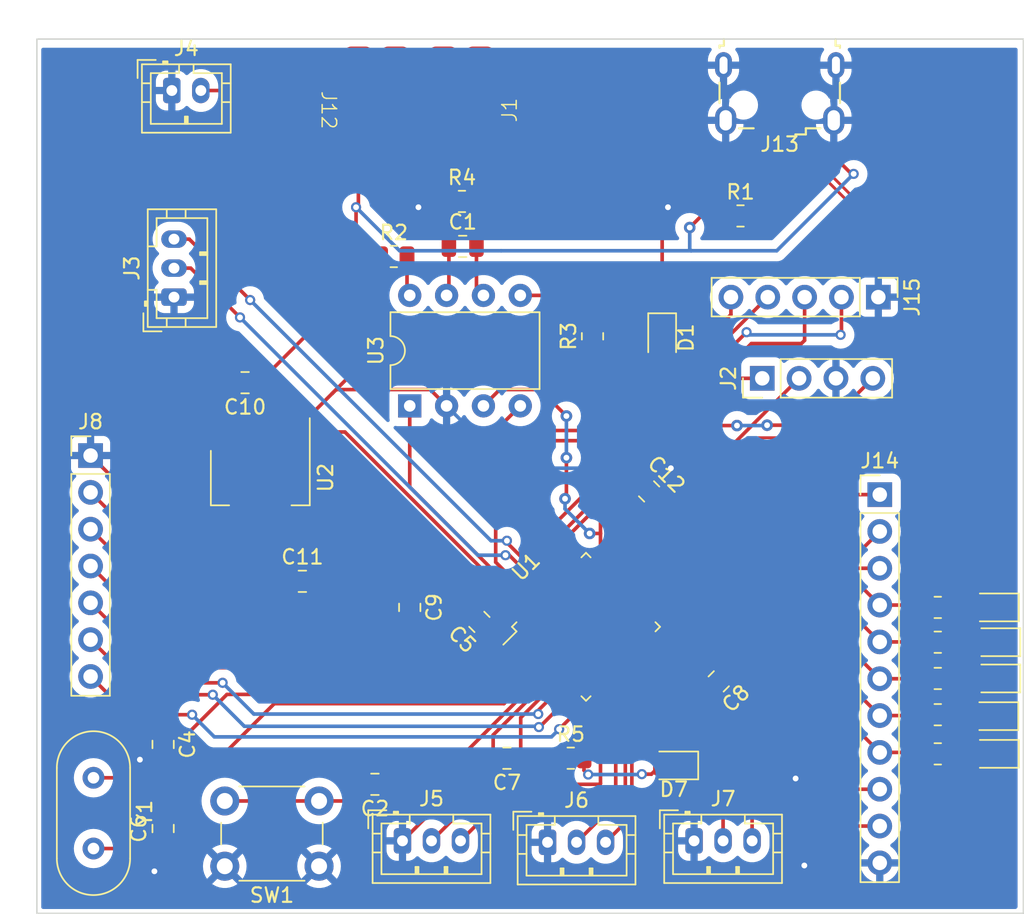
<source format=kicad_pcb>
(kicad_pcb (version 20221018) (generator pcbnew)
  (layers (0 "F.Cu" signal) (31 "B.Cu" signal) (34 "B.Paste" user) (35 "F.Paste" user) (36 "B.SilkS" user "B.Silkscreen") (37 "F.SilkS" user "F.Silkscreen") (38 "B.Mask" user) (39 "F.Mask" user) (44 "Edge.Cuts" user))
  (net 0 "")
  (net 1 "CAN_H")
  (net 2 "CAN_L")
  (net 3 "Net-(U1-NRST)")
  (net 4 "Net-(C2-Pad2)")
  (net 5 "+3.3V")
  (net 6 "+5V")
  (net 7 "Net-(U2-VI)")
  (net 8 "Net-(U2-VO)")
  (net 9 "Net-(D1-A)")
  (net 10 "SWDIO")
  (net 11 "SWCLK")
  (net 12 "SDA")
  (net 13 "DIR1")
  (net 14 "PWM1")
  (net 15 "DIR2")
  (net 16 "PWM2")
  (net 17 "DIR3")
  (net 18 "PWM3")
  (net 19 "PA8")
  (net 20 "PA9")
  (net 21 "PA10")
  (net 22 "PC13")
  (net 23 "PC14")
  (net 24 "PC15")
  (net 25 "PB3")
  (net 26 "PB4")
  (net 27 "PB5")
  (net 28 "PB12")
  (net 29 "PB13")
  (net 30 "PB14")
  (net 31 "PB15")
  (net 32 "USB_D-")
  (net 33 "USB_D+")
  (net 35 "Net-(U3-Rs)")
  (net 36 "Net-(U3-Vref)")
  (net 37 "PA15")
  (net 38 "SCL")
  (net 39 "CAN_RX")
  (net 40 "CAN_TX")
  (net 41 "PB11")
  (net 42 "GND")
  (net 43 "Net-(D7-A)")
  (net 44 "PA0")
  (net 45 "PA1")
  (net 46 "PA2")
  (net 47 "PB2")
  (net 48 "Net-(U1-PA5)")
  (net 49 "PB10")
  (net 50 "Net-(D3-A)")
  (net 51 "Net-(D4-A)")
  (net 52 "Net-(D5-A)")
  (net 53 "Net-(D6-A)")
  (net 54 "Net-(D8-A)")
  (net 55 "/Microcontroller+USB/HSE_OUT")
  (net 56 "/Microcontroller+USB/HSE_IN")
  (footprint "Connector:LongSolderPad" (layer "F.Cu") (at 208.18 29.1 90)
    (fp_text reference "J1")
    (fp_text value "CAN")
  )
  (footprint "Crystal:Crystal_HC49-U_Vertical" (layer "F.Cu") (at 179 75.15 -90)
    (fp_text reference "Y1")
    (fp_text value "Crystal")
  )
  (footprint "Connector_JST:JST_PH_B3B-PH-K_1x03_P2.00mm_Vertical" (layer "F.Cu") (at 200.3 79.5)
    (fp_text reference "J5")
    (fp_text value "PWM1")
  )
  (footprint "LED_SMD:LED_0805_2012Metric" (layer "F.Cu") (at 241.0625 70.9 180)
    (fp_text reference "D4" hide)
    (fp_text value "LED" hide)
  )
  (footprint "Capacitor_SMD:C_0805_2012Metric" (layer "F.Cu") (at 217.3 55.4 -45)
    (fp_text reference "C12")
    (fp_text value "100n")
  )
  (footprint "Connector_USB:USB_Micro-B_Wuerth_629105150521" (layer "F.Cu") (at 226.305 27.955 180)
    (fp_text reference "J13")
    (fp_text value "USB_B_Micro")
  )
  (footprint "Connector_PinHeader_2.54mm:PinHeader_1x07_P2.54mm_Vertical" (layer "F.Cu") (at 178.8 52.925)
    (fp_text reference "J8")
    (fp_text value "Conn_01x03_Pin")
  )
  (footprint "Resistor_SMD:R_0805_2012Metric" (layer "F.Cu") (at 237.2 70.8)
    (fp_text reference "R7" hide)
    (fp_text value "R" hide)
  )
  (footprint "Connector_PinHeader_2.54mm:PinHeader_1x04_P2.54mm_Vertical" (layer "F.Cu") (at 225.1 47.6 90)
    (fp_text reference "J2")
    (fp_text value "SWD")
  )
  (footprint "LED_SMD:LED_0805_2012Metric" (layer "F.Cu") (at 218.2 44.8 -90)
    (fp_text reference "D1")
    (fp_text value "MCP_LED")
  )
  (footprint "Connector_PinHeader_2.54mm:PinHeader_1x05_P2.54mm_Vertical" (layer "F.Cu") (at 233.1 42 -90)
    (fp_text reference "J15")
    (fp_text value "Conn_01x06_Pin")
  )
  (footprint "Resistor_SMD:R_0805_2012Metric" (layer "F.Cu") (at 223.6 36.4)
    (fp_text reference "R1")
    (fp_text value "1k5")
  )
  (footprint "Package_TO_SOT_SMD:SOT-223-3_TabPin2" (layer "F.Cu") (at 190.5 54.45 -90)
    (fp_text reference "U2")
    (fp_text value "AMS1117")
  )
  (footprint "Resistor_SMD:R_0805_2012Metric" (layer "F.Cu") (at 213.4 44.7 90)
    (fp_text reference "R3")
    (fp_text value "1k")
  )
  (footprint "Capacitor_SMD:C_0805_2012Metric" (layer "F.Cu") (at 204.45 38.5)
    (fp_text reference "C1")
    (fp_text value "100p")
  )
  (footprint "Connector_JST:JST_PH_B3B-PH-K_1x03_P2.00mm_Vertical" (layer "F.Cu") (at 210.3 79.6)
    (fp_text reference "J6")
    (fp_text value "PWM2")
  )
  (footprint "Connector_JST:JST_PH_B3B-PH-K_1x03_P2.00mm_Vertical" (layer "F.Cu") (at 220.4 79.5)
    (fp_text reference "J7")
    (fp_text value "PWM3")
  )
  (footprint "Capacitor_SMD:C_0805_2012Metric" (layer "F.Cu") (at 183.8 78.65 90)
    (fp_text reference "C6")
    (fp_text value "20p")
  )
  (footprint "Capacitor_SMD:C_0805_2012Metric" (layer "F.Cu") (at 222.1 68.5 -135)
    (fp_text reference "C8")
    (fp_text value "100n")
  )
  (footprint "LED_SMD:LED_0805_2012Metric" (layer "F.Cu") (at 241.2 65.8 180)
    (fp_text reference "D6" hide)
    (fp_text value "LED" hide)
  )
  (footprint "LED_SMD:LED_0805_2012Metric" (layer "F.Cu") (at 241.1 63.4 180)
    (fp_text reference "D8" hide)
    (fp_text value "LED" hide)
  )
  (footprint "Resistor_SMD:R_0805_2012Metric" (layer "F.Cu") (at 199.7 39.2)
    (fp_text reference "R2")
    (fp_text value "4.7k")
  )
  (footprint "Resistor_SMD:R_0805_2012Metric" (layer "F.Cu") (at 204.4 35.4)
    (fp_text reference "R4")
    (fp_text value "120")
  )
  (footprint "Connector:LongSolderPad" (layer "F.Cu") (at 194.72 29.1 -90)
    (fp_text reference "J12")
    (fp_text value "5V IN")
  )
  (footprint "Resistor_SMD:R_0805_2012Metric" (layer "F.Cu") (at 237.2 65.8)
    (fp_text reference "R9" hide)
    (fp_text value "R" hide)
  )
  (footprint "Package_QFP:LQFP-48_7x7mm_P0.5mm" (layer "F.Cu") (at 212.95 64.7375 45)
    (fp_text reference "U1")
    (fp_text value "STM32F103C8T6")
  )
  (footprint "Connector_PinHeader_2.54mm:PinHeader_1x11_P2.54mm_Vertical" (layer "F.Cu") (at 233.2 55.62)
    (fp_text reference "J14")
    (fp_text value "Conn_01x07_Pin")
  )
  (footprint "LED_SMD:LED_0805_2012Metric" (layer "F.Cu") (at 241.2 68.3 180)
    (fp_text reference "D5" hide)
    (fp_text value "LED" hide)
  )
  (footprint "Connector_JST:JST_PH_B2B-PH-K_1x02_P2.00mm_Vertical" (layer "F.Cu") (at 184.4 27.75)
    (fp_text reference "J4")
    (fp_text value "5V OUT")
  )
  (footprint "Capacitor_SMD:C_0805_2012Metric" (layer "F.Cu") (at 207.5 73.8 180)
    (fp_text reference "C7")
    (fp_text value "100n")
  )
  (footprint "Resistor_SMD:R_0805_2012Metric" (layer "F.Cu") (at 237.2 68.3)
    (fp_text reference "R8" hide)
    (fp_text value "R" hide)
  )
  (footprint "LED_SMD:LED_0805_2012Metric" (layer "F.Cu") (at 241.1 73.5 180)
    (fp_text reference "D3" hide)
    (fp_text value "LED" hide)
  )
  (footprint "Capacitor_SMD:C_0805_2012Metric" (layer "F.Cu") (at 189.45 47.9 180)
    (fp_text reference "C10")
    (fp_text value "4.7u")
  )
  (footprint "Capacitor_SMD:C_0805_2012Metric" (layer "F.Cu") (at 200.8 63.4 -90)
    (fp_text reference "C9")
    (fp_text value "100n")
  )
  (footprint "Button_Switch_THT:SW_PUSH_6mm_H5mm" (layer "F.Cu") (at 194.55 81.25 180)
    (fp_text reference "SW1")
    (fp_text value "SW_Push")
  )
  (footprint "Capacitor_SMD:C_0805_2012Metric" (layer "F.Cu") (at 205.6 64.4 135)
    (fp_text reference "C5")
    (fp_text value "100n")
  )
  (footprint "Resistor_SMD:R_0805_2012Metric" (layer "F.Cu") (at 237.2 63.4)
    (fp_text reference "R10" hide)
    (fp_text value "R" hide)
  )
  (footprint "Package_DIP:DIP-8_W7.62mm" (layer "F.Cu") (at 200.8 49.5 90)
    (fp_text reference "U3")
    (fp_text value "MCP2551-I-P")
  )
  (footprint "Resistor_SMD:R_0805_2012Metric" (layer "F.Cu") (at 237.2 73.5)
    (fp_text reference "R6" hide)
    (fp_text value "R" hide)
  )
  (footprint "Capacitor_SMD:C_0805_2012Metric" (layer "F.Cu") (at 198.4 75.6 180)
    (fp_text reference "C2")
    (fp_text value "10n")
  )
  (footprint "LED_SMD:LED_0805_2012Metric" (layer "F.Cu") (at 219 74.3 180)
    (fp_text reference "D7")
    (fp_text value "Stat_LED")
  )
  (footprint "Capacitor_SMD:C_0805_2012Metric" (layer "F.Cu") (at 183.8 72.85 -90)
    (fp_text reference "C4")
    (fp_text value "20p")
  )
  (footprint "Resistor_SMD:R_0805_2012Metric" (layer "F.Cu") (at 211.9 73.8)
    (fp_text reference "R5")
    (fp_text value "120")
  )
  (footprint "Capacitor_SMD:C_0805_2012Metric" (layer "F.Cu") (at 193.4 61.6)
    (fp_text reference "C11")
    (fp_text value "4.7u")
  )
  (footprint "Connector_JST:JST_PH_B3B-PH-K_1x03_P2.00mm_Vertical" (layer "F.Cu") (at 184.55 42 90)
    (fp_text reference "J3")
    (fp_text value "I2C1")
  )
  (gr_rect (start 175.1 24.2) (end 243.1 84.5) (stroke (width 0.1)) (fill none) (layer "Edge.Cuts"))
  (segment (start 203.4875 38.4875) (end 203.5 38.5) (width 0.25) (layer "F.Cu") (net 1))
  (segment (start 203.5 41.72) (end 203.34 41.88) (width 0.25) (layer "F.Cu") (net 1))
  (segment (start 203.4875 35.4) (end 203.4875 38.4875) (width 0.25) (layer "F.Cu") (net 1))
  (segment (start 203.1 35.0125) (end 203.4875 35.4) (width 0.25) (layer "F.Cu") (net 1))
  (segment (start 203.5 38.5) (end 203.5 41.72) (width 0.25) (layer "F.Cu") (net 1))
  (segment (start 203.1 29.1) (end 203.1 35.0125) (width 0.25) (layer "F.Cu") (net 1))
  (segment (start 205.4 38.5) (end 205.4 41.4) (width 0.25) (layer "F.Cu") (net 2))
  (segment (start 205.4 41.4) (end 205.88 41.88) (width 0.25) (layer "F.Cu") (net 2))
  (segment (start 205.3125 35.4) (end 205.3125 38.4125) (width 0.25) (layer "F.Cu") (net 2))
  (segment (start 205.3125 38.4125) (end 205.4 38.5) (width 0.25) (layer "F.Cu") (net 2))
  (segment (start 205.64 29.1) (end 205.64 35.0725) (width 0.25) (layer "F.Cu") (net 2))
  (segment (start 205.64 35.0725) (end 205.3125 35.4) (width 0.25) (layer "F.Cu") (net 2))
  (segment (start 199.35 75.6) (end 202.441054 75.6) (width 0.25) (layer "F.Cu") (net 3))
  (segment (start 202.441054 75.6) (end 210.183445 67.857609) (width 0.25) (layer "F.Cu") (net 3))
  (segment (start 196.3 76.75) (end 197.45 75.6) (width 0.25) (layer "F.Cu") (net 4))
  (segment (start 188.05 76.75) (end 194.55 76.75) (width 0.25) (layer "F.Cu") (net 4))
  (segment (start 194.55 76.75) (end 196.3 76.75) (width 0.25) (layer "F.Cu") (net 4))
  (segment (start 213.948788 57.40771) (end 216.628249 54.728249) (width 0.25) (layer "F.Cu") (net 5))
  (segment (start 213.948788 58.3) (end 213.948788 57.40771) (width 0.25) (layer "F.Cu") (net 5))
  (segment (start 211.6 53.075) (end 211.6 55.80929) (width 0.25) (layer "F.Cu") (net 5))
  (segment (start 213.2 58.3) (end 213.948788 58.3) (width 0.25) (layer "F.Cu") (net 5))
  (segment (start 208.45 71.005266) (end 210.890551 68.564715) (width 0.25) (layer "F.Cu") (net 5))
  (segment (start 206.773412 62.45) (end 208.062124 63.738712) (width 0.25) (layer "F.Cu") (net 5))
  (segment (start 211.6 55.80929) (end 211.504645 55.904645) (width 0.25) (layer "F.Cu") (net 5))
  (segment (start 217.837876 65.736288) (end 220.67979 65.736288) (width 0.25) (layer "F.Cu") (net 5))
  (segment (start 209.775 48.375) (end 211.6 50.2) (width 0.25) (layer "F.Cu") (net 5))
  (segment (start 208.45 73.8) (end 208.45 71.005266) (width 0.25) (layer "F.Cu") (net 5))
  (segment (start 216.628249 54.728249) (end 220.499151 50.857347) (width 0.25) (layer "F.Cu") (net 5))
  (segment (start 195.2 62.45) (end 200.8 62.45) (width 0.25) (layer "F.Cu") (net 5))
  (segment (start 213.948788 59.849624) (end 213.948788 58.3) (width 0.25) (layer "F.Cu") (net 5))
  (segment (start 229.487347 50.832653) (end 232.72 47.6) (width 0.25) (layer "F.Cu") (net 5))
  (segment (start 200.8 62.45) (end 206.773412 62.45) (width 0.25) (layer "F.Cu") (net 5))
  (segment (start 220.499151 50.857347) (end 223.357347 50.857347) (width 0.25) (layer "F.Cu") (net 5))
  (segment (start 205.88 49.5) (end 207.005 48.375) (width 0.25) (layer "F.Cu") (net 5))
  (segment (start 220.67979 65.736288) (end 222.771751 67.828249) (width 0.25) (layer "F.Cu") (net 5))
  (segment (start 207.397587 65.071751) (end 208.062124 65.736288) (width 0.25) (layer "F.Cu") (net 5))
  (segment (start 206.271751 65.071751) (end 207.397587 65.071751) (width 0.25) (layer "F.Cu") (net 5))
  (segment (start 225.432653 50.832653) (end 229.487347 50.832653) (width 0.25) (layer "F.Cu") (net 5))
  (segment (start 194.35 61.6) (end 195.2 62.45) (width 0.25) (layer "F.Cu") (net 5))
  (segment (start 207.005 48.375) (end 209.775 48.375) (width 0.25) (layer "F.Cu") (net 5))
  (via (at 213.2 58.3) (size 0.8) (drill 0.4) (layers "F.Cu" "B.Cu") (net 5))
  (via (at 223.357347 50.857347) (size 0.8) (drill 0.4) (layers "F.Cu" "B.Cu") (net 5))
  (via (at 211.6 50.2) (size 0.8) (drill 0.4) (layers "F.Cu" "B.Cu") (net 5))
  (via (at 225.432653 50.832653) (size 0.8) (drill 0.4) (layers "F.Cu" "B.Cu") (net 5))
  (via (at 211.504645 55.904645) (size 0.8) (drill 0.4) (layers "F.Cu" "B.Cu") (net 5))
  (via (at 211.6 53.075) (size 0.8) (drill 0.4) (layers "F.Cu" "B.Cu") (net 5))
  (segment (start 225.407959 50.857347) (end 225.432653 50.832653) (width 0.25) (layer "B.Cu") (net 5))
  (segment (start 223.357347 50.857347) (end 225.407959 50.857347) (width 0.25) (layer "B.Cu") (net 5))
  (segment (start 211.6 50.2) (end 211.6 53.075) (width 0.25) (layer "B.Cu") (net 5))
  (segment (start 211.504645 55.904645) (end 211.504645 56.604645) (width 0.25) (layer "B.Cu") (net 5))
  (segment (start 211.504645 56.604645) (end 213.2 58.3) (width 0.25) (layer "B.Cu") (net 5))
  (segment (start 222.6875 36.4) (end 220.9 36.4) (width 0.25) (layer "F.Cu") (net 6))
  (segment (start 220.9 36.4) (end 220.1 37.2) (width 0.25) (layer "F.Cu") (net 6))
  (segment (start 197.1 41.2) (end 197.1 35.8) (width 0.25) (layer "F.Cu") (net 6))
  (segment (start 195.91 27.75) (end 197.26 29.1) (width 0.25) (layer "F.Cu") (net 6))
  (segment (start 197.26 35.64) (end 197.26 29.1) (width 0.25) (layer "F.Cu") (net 6))
  (segment (start 190.4 47.9) (end 197.1 41.2) (width 0.25) (layer "F.Cu") (net 6))
  (segment (start 231.25 33.5) (end 231.4 33.5) (width 0.25) (layer "F.Cu") (net 6))
  (segment (start 186.4 27.75) (end 195.91 27.75) (width 0.25) (layer "F.Cu") (net 6))
  (segment (start 197.1 35.8) (end 197.26 35.64) (width 0.25) (layer "F.Cu") (net 6))
  (segment (start 227.605 29.855) (end 231.25 33.5) (width 0.25) (layer "F.Cu") (net 6))
  (via (at 231.4 33.5) (size 0.7) (drill 0.4) (layers "F.Cu" "B.Cu") (net 6))
  (via (at 197.1 35.8) (size 0.7) (drill 0.4) (layers "F.Cu" "B.Cu") (net 6))
  (via (at 220.1 37.2) (size 0.8) (drill 0.4) (layers "F.Cu" "B.Cu") (net 6))
  (segment (start 220.2 38.8) (end 207.1 38.8) (width 0.25) (layer "B.Cu") (net 6))
  (segment (start 226.1 38.8) (end 220.2 38.8) (width 0.25) (layer "B.Cu") (net 6))
  (segment (start 220.1 37.2) (end 220.1 38.7) (width 0.25) (layer "B.Cu") (net 6))
  (segment (start 220.1 38.7) (end 220.2 38.8) (width 0.25) (layer "B.Cu") (net 6))
  (segment (start 200.1 38.8) (end 197.1 35.8) (width 0.25) (layer "B.Cu") (net 6))
  (segment (start 207.1 38.8) (end 200.1 38.8) (width 0.25) (layer "B.Cu") (net 6))
  (segment (start 231.4 33.5) (end 226.1 38.8) (width 0.25) (layer "B.Cu") (net 6))
  (segment (start 188.2 51.3) (end 188.2 48.2) (width 0.25) (layer "F.Cu") (net 7))
  (segment (start 188.2 48.2) (end 188.5 47.9) (width 0.25) (layer "F.Cu") (net 7))
  (segment (start 190.5 57.6) (end 190.5 59.65) (width 0.25) (layer "F.Cu") (net 8))
  (segment (start 190.5 59.65) (end 192.45 61.6) (width 0.25) (layer "F.Cu") (net 8))
  (segment (start 213.4 45.6125) (end 218.075 45.6125) (width 0.25) (layer "F.Cu") (net 9))
  (segment (start 218.075 45.6125) (end 218.2 45.7375) (width 0.25) (layer "F.Cu") (net 9))
  (segment (start 227.64 47.6) (end 214.683269 60.556731) (width 0.25) (layer "F.Cu") (net 10))
  (segment (start 214.683269 60.556731) (end 214.655895 60.556731) (width 0.25) (layer "F.Cu") (net 10))
  (segment (start 222.58977 47.6) (end 211.951212 58.238558) (width 0.25) (layer "F.Cu") (net 11))
  (segment (start 225.1 47.6) (end 222.58977 47.6) (width 0.25) (layer "F.Cu") (net 11))
  (segment (start 211.951212 58.238558) (end 211.951212 59.849624) (width 0.25) (layer "F.Cu") (net 11))
  (segment (start 184.55 40) (end 185.7 40) (width 0.25) (layer "F.Cu") (net 12))
  (segment (start 207.658946 59.8) (end 209.829891 61.970945) (width 0.25) (layer "F.Cu") (net 12))
  (segment (start 185.7 40) (end 189.1 43.4) (width 0.25) (layer "F.Cu") (net 12))
  (segment (start 207.4 59.8) (end 207.658946 59.8) (width 0.25) (layer "F.Cu") (net 12))
  (via (at 207.4 59.8) (size 0.7) (drill 0.4) (layers "F.Cu" "B.Cu") (net 12))
  (via (at 189.1 43.4) (size 0.7) (drill 0.4) (layers "F.Cu" "B.Cu") (net 12))
  (segment (start 205.5 59.8) (end 207.4 59.8) (width 0.25) (layer "B.Cu") (net 12))
  (segment (start 189.1 43.4) (end 205.5 59.8) (width 0.25) (layer "B.Cu") (net 12))
  (segment (start 207.6 76.2) (end 215 76.2) (width 0.25) (layer "F.Cu") (net 13))
  (segment (start 215 76.2) (end 215 69.96948) (width 0.25) (layer "F.Cu") (net 13))
  (segment (start 215 69.96948) (end 214.302342 69.271822) (width 0.25) (layer "F.Cu") (net 13))
  (segment (start 204.3 79.5) (end 207.6 76.2) (width 0.25) (layer "F.Cu") (net 13))
  (segment (start 206.2 75.6) (end 213.9 75.6) (width 0.25) (layer "F.Cu") (net 14))
  (segment (start 213.9 75.6) (end 213.948788 75.551212) (width 0.25) (layer "F.Cu") (net 14))
  (segment (start 213.948788 75.551212) (end 213.948788 69.625376) (width 0.25) (layer "F.Cu") (net 14))
  (segment (start 202.3 79.5) (end 206.2 75.6) (width 0.25) (layer "F.Cu") (net 14))
  (segment (start 214.3 79.6) (end 216.111275 77.788725) (width 0.25) (layer "F.Cu") (net 15))
  (segment (start 216.111275 77.788725) (end 216.111275 68.959435) (width 0.25) (layer "F.Cu") (net 15))
  (segment (start 216.111275 68.959435) (end 215.363002 68.211162) (width 0.25) (layer "F.Cu") (net 15))
  (segment (start 215.661275 76.238725) (end 215.661275 69.216541) (width 0.25) (layer "F.Cu") (net 16))
  (segment (start 212.3 79.6) (end 215.661275 76.238725) (width 0.25) (layer "F.Cu") (net 16))
  (segment (start 215.661275 69.216541) (end 215.009449 68.564715) (width 0.25) (layer "F.Cu") (net 16))
  (segment (start 224.4 79.5) (end 224.4 75.833946) (width 0.25) (layer "F.Cu") (net 17))
  (segment (start 224.4 75.833946) (end 216.070109 67.504055) (width 0.25) (layer "F.Cu") (net 17))
  (segment (start 222.4 74.541054) (end 215.716555 67.857609) (width 0.25) (layer "F.Cu") (net 18))
  (segment (start 222.4 79.5) (end 222.4 74.541054) (width 0.25) (layer "F.Cu") (net 18))
  (segment (start 233.2 60.7) (end 218.04816 60.7) (width 0.25) (layer "F.Cu") (net 19))
  (segment (start 218.04816 60.7) (end 216.423662 62.324498) (width 0.25) (layer "F.Cu") (net 19))
  (segment (start 231.11 60.25) (end 217.791054 60.25) (width 0.25) (layer "F.Cu") (net 20))
  (segment (start 217.791054 60.25) (end 216.070109 61.970945) (width 0.25) (layer "F.Cu") (net 20))
  (segment (start 233.2 58.16) (end 231.11 60.25) (width 0.25) (layer "F.Cu") (net 20))
  (segment (start 233.2 55.62) (end 221.713946 55.62) (width 0.25) (layer "F.Cu") (net 21))
  (segment (start 221.713946 55.62) (end 215.716555 61.617391) (width 0.25) (layer "F.Cu") (net 21))
  (segment (start 189.994249 66.659249) (end 207.846271 66.659249) (width 0.25) (layer "F.Cu") (net 22))
  (segment (start 207.846271 66.659249) (end 208.415678 66.089842) (width 0.25) (layer "F.Cu") (net 22))
  (segment (start 178.8 55.465) (end 189.994249 66.659249) (width 0.25) (layer "F.Cu") (net 22))
  (segment (start 187.904249 67.109249) (end 208.103377 67.109249) (width 0.25) (layer "F.Cu") (net 23))
  (segment (start 208.103377 67.109249) (end 208.769231 66.443395) (width 0.25) (layer "F.Cu") (net 23))
  (segment (start 178.8 58.005) (end 187.904249 67.109249) (width 0.25) (layer "F.Cu") (net 23))
  (segment (start 178.8 60.545) (end 185.814249 67.559249) (width 0.25) (layer "F.Cu") (net 24))
  (segment (start 185.814249 67.559249) (end 208.360485 67.559249) (width 0.25) (layer "F.Cu") (net 24))
  (segment (start 208.360485 67.559249) (end 209.122785 66.796949) (width 0.25) (layer "F.Cu") (net 24))
  (segment (start 224.017298 44.417298) (end 210.578251 57.856345) (width 0.25) (layer "F.Cu") (net 25))
  (segment (start 230.56 44.54) (end 230.5 44.6) (width 0.25) (layer "F.Cu") (net 25))
  (segment (start 210.578251 57.856345) (end 210.578251 59.890877) (width 0.25) (layer "F.Cu") (net 25))
  (segment (start 210.578251 59.890877) (end 211.244105 60.556731) (width 0.25) (layer "F.Cu") (net 25))
  (segment (start 230.56 42) (end 230.56 44.54) (width 0.25) (layer "F.Cu") (net 25))
  (via (at 230.5 44.6) (size 0.7) (drill 0.4) (layers "F.Cu" "B.Cu") (net 25))
  (via (at 224.017298 44.417298) (size 0.7) (drill 0.4) (layers "F.Cu" "B.Cu") (net 25))
  (segment (start 224.2 44.6) (end 224.017298 44.417298) (width 0.25) (layer "B.Cu") (net 25))
  (segment (start 230.5 44.6) (end 224.2 44.6) (width 0.25) (layer "B.Cu") (net 25))
  (segment (start 209.6 51.9) (end 209.6 59.619734) (width 0.25) (layer "F.Cu") (net 26))
  (segment (start 225.48 42) (end 215.58 51.9) (width 0.25) (layer "F.Cu") (net 26))
  (segment (start 209.6 59.619734) (end 210.890551 60.910285) (width 0.25) (layer "F.Cu") (net 26))
  (segment (start 215.58 51.9) (end 209.6 51.9) (width 0.25) (layer "F.Cu") (net 26))
  (segment (start 209 59.72684) (end 210.536998 61.263838) (width 0.25) (layer "F.Cu") (net 27))
  (segment (start 222.94 43.202081) (end 214.942081 51.2) (width 0.25) (layer "F.Cu") (net 27))
  (segment (start 209 51.2) (end 209 59.72684) (width 0.25) (layer "F.Cu") (net 27))
  (segment (start 222.94 42) (end 222.94 43.202081) (width 0.25) (layer "F.Cu") (net 27))
  (segment (start 214.942081 51.2) (end 209 51.2) (width 0.25) (layer "F.Cu") (net 27))
  (segment (start 233.2 70.86) (end 226.078712 63.738712) (width 0.25) (layer "F.Cu") (net 28))
  (segment (start 226.078712 63.738712) (end 217.837876 63.738712) (width 0.25) (layer "F.Cu") (net 28))
  (segment (start 236.2275 70.86) (end 236.2875 70.8) (width 0.25) (layer "F.Cu") (net 28))
  (segment (start 233.2 70.86) (end 236.2275 70.86) (width 0.25) (layer "F.Cu") (net 28))
  (segment (start 233.2 68.32) (end 227.695751 62.815751) (width 0.25) (layer "F.Cu") (net 29))
  (segment (start 233.2 68.32) (end 236.2675 68.32) (width 0.25) (layer "F.Cu") (net 29))
  (segment (start 218.053729 62.815751) (end 217.484322 63.385158) (width 0.25) (layer "F.Cu") (net 29))
  (segment (start 236.2675 68.32) (end 236.2875 68.3) (width 0.25) (layer "F.Cu") (net 29))
  (segment (start 227.695751 62.815751) (end 218.053729 62.815751) (width 0.25) (layer "F.Cu") (net 29))
  (segment (start 217.796623 62.365751) (end 217.130769 63.031605) (width 0.25) (layer "F.Cu") (net 30))
  (segment (start 233.2 65.78) (end 229.785751 62.365751) (width 0.25) (layer "F.Cu") (net 30))
  (segment (start 233.2 65.78) (end 236.2675 65.78) (width 0.25) (layer "F.Cu") (net 30))
  (segment (start 229.785751 62.365751) (end 217.796623 62.365751) (width 0.25) (layer "F.Cu") (net 30))
  (segment (start 236.2675 65.78) (end 236.2875 65.8) (width 0.25) (layer "F.Cu") (net 30))
  (segment (start 231.875751 61.915751) (end 217.539515 61.915751) (width 0.25) (layer "F.Cu") (net 31))
  (segment (start 233.2 63.24) (end 231.875751 61.915751) (width 0.25) (layer "F.Cu") (net 31))
  (segment (start 233.2 63.24) (end 236.1275 63.24) (width 0.25) (layer "F.Cu") (net 31))
  (segment (start 236.1275 63.24) (end 236.2875 63.4) (width 0.25) (layer "F.Cu") (net 31))
  (segment (start 217.539515 61.915751) (end 216.777215 62.678051) (width 0.25) (layer "F.Cu") (net 31))
  (segment (start 224.12684 52.5) (end 235.7 52.5) (width 0.2) (layer "F.Cu") (net 32))
  (segment (start 237.6 50.6) (end 237.6 39) (width 0.2) (layer "F.Cu") (net 32))
  (segment (start 215.363002 61.263838) (end 224.12684 52.5) (width 0.2) (layer "F.Cu") (net 32))
  (segment (start 226.955 30.705) (end 226.955 29.855) (width 0.2) (layer "F.Cu") (net 32))
  (segment (start 237.6 39) (end 235.25 39) (width 0.2) (layer "F.Cu") (net 32))
  (segment (start 235.7 52.5) (end 237.6 50.6) (width 0.2) (layer "F.Cu") (net 32))
  (segment (start 235.25 39) (end 226.955 30.705) (width 0.2) (layer "F.Cu") (net 32))
  (segment (start 235.3 51.7) (end 236.6 50.4) (width 0.2) (layer "F.Cu") (net 33))
  (segment (start 235.2 39.6) (end 226.305 30.705) (width 0.2) (layer "F.Cu") (net 33))
  (segment (start 226.305 30.705) (end 226.305 29.855) (width 0.2) (layer "F.Cu") (net 33))
  (segment (start 236.2 39.6) (end 235.2 39.6) (width 0.2) (layer "F.Cu") (net 33))
  (segment (start 226.305 34.6075) (end 226.305 29.855) (width 0.2) (layer "F.Cu") (net 33))
  (segment (start 236.6 50.4) (end 236.6 40) (width 0.2) (layer "F.Cu") (net 33))
  (segment (start 215.009449 60.910285) (end 224.219734 51.7) (width 0.2) (layer "F.Cu") (net 33))
  (segment (start 224.5125 36.4) (end 226.305 34.6075) (width 0.2) (layer "F.Cu") (net 33))
  (segment (start 236.6 40) (end 236.2 39.6) (width 0.2) (layer "F.Cu") (net 33))
  (segment (start 224.219734 51.7) (end 235.3 51.7) (width 0.2) (layer "F.Cu") (net 33))
  (segment (start 200.6125 41.6925) (end 200.8 41.88) (width 0.25) (layer "F.Cu") (net 35))
  (segment (start 200.6125 39.2) (end 200.6125 41.6925) (width 0.25) (layer "F.Cu") (net 35))
  (segment (start 208.42 41.88) (end 211.4925 41.88) (width 0.25) (layer "F.Cu") (net 36))
  (segment (start 211.4925 41.88) (end 213.4 43.7875) (width 0.25) (layer "F.Cu") (net 36))
  (segment (start 228.02 42) (end 228.02 44.98) (width 0.25) (layer "F.Cu") (net 37))
  (segment (start 228.02 42) (end 227.553374 42) (width 0.25) (layer "F.Cu") (net 37))
  (segment (start 224.353374 45.2) (end 211.028251 58.525123) (width 0.25) (layer "F.Cu") (net 37))
  (segment (start 211.028251 59.633771) (end 211.597658 60.203178) (width 0.25) (layer "F.Cu") (net 37))
  (segment (start 228.02 44.98) (end 227.8 45.2) (width 0.25) (layer "F.Cu") (net 37))
  (segment (start 211.028251 58.525123) (end 211.028251 59.633771) (width 0.25) (layer "F.Cu") (net 37))
  (segment (start 227.8 45.2) (end 224.353374 45.2) (width 0.25) (layer "F.Cu") (net 37))
  (segment (start 185.6 38) (end 189.8 42.2) (width 0.25) (layer "F.Cu") (net 38))
  (segment (start 207.5 58.933946) (end 210.183445 61.617391) (width 0.25) (layer "F.Cu") (net 38))
  (segment (start 184.55 38) (end 185.6 38) (width 0.25) (layer "F.Cu") (net 38))
  (segment (start 207.5 58.8) (end 207.5 58.933946) (width 0.25) (layer "F.Cu") (net 38))
  (via (at 189.8 42.2) (size 0.7) (drill 0.4) (layers "F.Cu" "B.Cu") (net 38))
  (via (at 207.5 58.8) (size 0.7) (drill 0.4) (layers "F.Cu" "B.Cu") (net 38))
  (segment (start 206.4 58.8) (end 207.5 58.8) (width 0.25) (layer "B.Cu") (net 38))
  (segment (start 189.8 42.2) (end 206.4 58.8) (width 0.25) (layer "B.Cu") (net 38))
  (segment (start 206.725 60.280266) (end 209.122785 62.678051) (width 0.25) (layer "F.Cu") (net 39))
  (segment (start 206.725 51.195) (end 206.725 60.280266) (width 0.25) (layer "F.Cu") (net 39))
  (segment (start 208.42 49.5) (end 206.725 51.195) (width 0.25) (layer "F.Cu") (net 39))
  (segment (start 200.8 55.097728) (end 208.733877 63.031605) (width 0.25) (layer "F.Cu") (net 40))
  (segment (start 200.8 49.5) (end 200.8 55.097728) (width 0.25) (layer "F.Cu") (net 40))
  (segment (start 208.733877 63.031605) (end 208.769231 63.031605) (width 0.25) (layer "F.Cu") (net 40))
  (segment (start 233.2 73.4) (end 236.1875 73.4) (width 0.25) (layer "F.Cu") (net 41))
  (segment (start 224.613327 64.813327) (end 217.258235 64.813327) (width 0.25) (layer "F.Cu") (net 41))
  (segment (start 217.258235 64.813327) (end 216.561361 65.510201) (width 0.25) (layer "F.Cu") (net 41))
  (segment (start 233.2 73.4) (end 224.613327 64.813327) (width 0.25) (layer "F.Cu") (net 41))
  (segment (start 216.561361 65.510201) (end 216.561361 65.873987) (width 0.25) (layer "F.Cu") (net 41))
  (segment (start 216.561361 65.873987) (end 217.130769 66.443395) (width 0.25) (layer "F.Cu") (net 41))
  (segment (start 236.1875 73.4) (end 236.2875 73.5) (width 0.25) (layer "F.Cu") (net 41))
  (segment (start 190.225 64.35) (end 200.8 64.35) (width 0.25) (layer "F.Cu") (net 42))
  (segment (start 195.725 48.375) (end 202.215 48.375) (width 0.25) (layer "F.Cu") (net 42))
  (segment (start 186.4 79.6) (end 188.05 81.25) (width 0.25) (layer "F.Cu") (net 42))
  (segment (start 242.1375 68.3) (end 242.1375 70.7625) (width 0.25) (layer "F.Cu") (net 42))
  (segment (start 218.2 36.2) (end 218.6 35.8) (width 0.25) (layer "F.Cu") (net 42))
  (segment (start 214.302342 60.203178) (end 217.971751 56.533769) (width 0.25) (layer "F.Cu") (net 42))
  (segment (start 220.566231 69.171751) (end 217.484322 66.089842) (width 0.25) (layer "F.Cu") (net 42))
  (segment (start 178.8 52.925) (end 190.225 64.35) (width 0.25) (layer "F.Cu") (net 42))
  (segment (start 223.04 31.82) (end 222.58 31.82) (width 0.25) (layer "F.Cu") (net 42))
  (segment (start 221.428249 69.171751) (end 227.4 75.143502) (width 0.25) (layer "F.Cu") (net 42))
  (segment (start 228 81.2) (end 228.18 81.02) (width 0.25) (layer "F.Cu") (net 42))
  (segment (start 183.2 81.6) (end 183.2 80.2) (width 0.25) (layer "F.Cu") (net 42))
  (segment (start 242.1375 70.7625) (end 242 70.9) (width 0.25) (layer "F.Cu") (net 42))
  (segment (start 234.5175 81.02) (end 233.2 81.02) (width 0.25) (layer "F.Cu") (net 42))
  (segment (start 204.306498 64.35) (end 204.928249 63.728249) (width 0.25) (layer "F.Cu") (net 42))
  (segment (start 198.7875 45.3125) (end 195.45 48.65) (width 0.25) (layer "F.Cu") (net 42))
  (segment (start 206 73.8) (end 206.55 73.8) (width 0.25) (layer "F.Cu") (net 42))
  (segment (start 206.55 73.8) (end 206.55 72.19816) (width 0.25) (layer "F.Cu") (net 42))
  (segment (start 182.2 73.5) (end 182.2 73.9) (width 0.25) (layer "F.Cu") (net 42))
  (segment (start 220.4 74.7625) (end 219.9375 74.3) (width 0.25) (layer "F.Cu") (net 42))
  (segment (start 196.33052 51.3) (end 192.8 51.3) (width 0.25) (layer "F.Cu") (net 42))
  (segment (start 242.0375 65.7) (end 242.1375 65.8) (width 0.25) (layer "F.Cu") (net 42))
  (segment (start 183.8 79.6) (end 186.4 79.6) (width 0.25) (layer "F.Cu") (net 42))
  (segment (start 221.428249 69.171751) (end 220.566231 69.171751) (width 0.25) (layer "F.Cu") (net 42))
  (segment (start 218.6 35.8) (end 222.58 31.82) (width 0.25) (layer "F.Cu") (net 42))
  (segment (start 192.8 51.3) (end 195.45 48.65) (width 0.25) (layer "F.Cu") (net 42))
  (segment (start 183.8 71.9) (end 182.2 73.5) (width 0.25) (layer "F.Cu") (net 42))
  (segment (start 242.0375 73.5) (end 234.5175 81.02) (width 0.25) (layer "F.Cu") (net 42))
  (segment (start 217.971751 56.071751) (end 218.8 55.243502) (width 0.25) (layer "F.Cu") (net 42))
  (segment (start 199.8 29.1) (end 199.8 34.2) (width 0.25) (layer "F.Cu") (net 42))
  (segment (start 200.8 64.35) (end 204.306498 64.35) (width 0.25) (layer "F.Cu") (net 42))
  (segment (start 208.415678 63.385158) (end 196.33052 51.3) (width 0.25) (layer "F.Cu") (net 42))
  (segment (start 199.8 34.2) (end 201.4 35.8) (width 0.25) (layer "F.Cu") (net 42))
  (segment (start 218.2 43.8625) (end 218.2 36.2) (width 0.25) (layer "F.Cu") (net 42))
  (segment (start 198.7875 39.2) (end 198.7875 45.3125) (width 0.25) (layer "F.Cu") (net 42))
  (segment (start 195.45 48.65) (end 195.725 48.375) (width 0.25) (layer "F.Cu") (net 42))
  (segment (start 222.58 31.82) (end 222.58 29.805) (width 0.25) (layer "F.Cu") (net 42))
  (segment (start 218.8 55.243502) (end 218.8 53.8) (width 0.25) (layer "F.Cu") (net 42))
  (segment (start 206.55 72.19816) (end 210.536998 68.211162) (width 0.25) (layer "F.Cu") (net 42))
  (segment (start 217.971751 56.533769) (end 217.971751 56.071751) (width 0.25) (layer "F.Cu") (net 42))
  (segment (start 202.215 48.375) (end 203.34 49.5) (width 0.25) (layer "F.Cu") (net 42))
  (segment (start 227.4 75.143502) (end 227.4 75.2) (width 0.25) (layer "F.Cu") (net 42))
  (segment (start 242 73.4625) (end 242.0375 73.5) (width 0.25) (layer "F.Cu") (net 42))
  (segment (start 242.1375 65.8) (end 242.1375 68.3) (width 0.25) (layer "F.Cu") (net 42))
  (segment (start 242.0375 63.4) (end 242.0375 65.7) (width 0.25) (layer "F.Cu") (net 42))
  (segment (start 242 70.9) (end 242 73.4625) (width 0.25) (layer "F.Cu") (net 42))
  (segment (start 225.005 29.855) (end 223.04 31.82) (width 0.25) (layer "F.Cu") (net 42))
  (segment (start 220.4 79.5) (end 220.4 74.7625) (width 0.25) (layer "F.Cu") (net 42))
  (segment (start 183.2 80.2) (end 183.8 79.6) (width 0.25) (layer "F.Cu") (net 42))
  (segment (start 228.18 81.02) (end 233.2 81.02) (width 0.25) (layer "F.Cu") (net 42))
  (segment (start 200.3 79.5) (end 206 73.8) (width 0.25) (layer "F.Cu") (net 42))
  (via (at 218.6 35.8) (size 0.8) (drill 0.4) (layers "F.Cu" "B.Cu") (net 42))
  (via (at 201.4 35.8) (size 0.8) (drill 0.4) (layers "F.Cu" "B.Cu") (net 42))
  (via (at 218.8 53.8) (size 0.8) (drill 0.4) (layers "F.Cu" "B.Cu") (net 42))
  (via (at 228 81.2) (size 0.8) (drill 0.4) (layers "F.Cu" "B.Cu") (net 42))
  (via (at 227.4 75.2) (size 0.8) (drill 0.4) (layers "F.Cu" "B.Cu") (net 42))
  (via (at 183.2 81.6) (size 0.8) (drill 0.4) (layers "F.Cu" "B.Cu") (net 42))
  (via (at 182.2 73.9) (size 0.8) (drill 0.4) (layers "F.Cu" "B.Cu") (net 42))
  (segment (start 227.4 80.6) (end 228 81.2) (width 0.25) (layer "B.Cu") (net 42))
  (segment (start 182.2 73.9) (end 182.2 80.6) (width 0.25) (layer "B.Cu") (net 42))
  (segment (start 207.64 53.8) (end 203.34 49.5) (width 0.25) (layer "B.Cu") (net 42))
  (segment (start 227.4 75.2) (end 227.4 80.6) (width 0.25) (layer "B.Cu") (net 42))
  (segment (start 218.8 53.8) (end 207.64 53.8) (width 0.25) (layer "B.Cu") (net 42))
  (segment (start 182.2 80.6) (end 183.2 81.6) (width 0.25) (layer "B.Cu") (net 42))
  (segment (start 201.4 35.8) (end 218.6 35.8) (width 0.25) (layer "B.Cu") (net 42))
  (segment (start 212.8125 73.8) (end 212.8125 74.6375) (width 0.25) (layer "F.Cu") (net 43))
  (segment (start 216.8 74.9) (end 217.4625 74.9) (width 0.25) (layer "F.Cu") (net 43))
  (segment (start 212.8125 74.6375) (end 213.1 74.925) (width 0.25) (layer "F.Cu") (net 43))
  (segment (start 217.4625 74.9) (end 218.0625 74.3) (width 0.25) (layer "F.Cu") (net 43))
  (via (at 216.8 74.9) (size 0.7) (drill 0.4) (layers "F.Cu" "B.Cu") (net 43))
  (via (at 213.1 74.925) (size 0.7) (drill 0.4) (layers "F.Cu" "B.Cu") (net 43))
  (segment (start 213.1 74.925) (end 216.775 74.925) (width 0.25) (layer "B.Cu") (net 43))
  (segment (start 216.775 74.925) (end 216.8 74.9) (width 0.25) (layer "B.Cu") (net 43))
  (segment (start 184.315 68.6) (end 187.9 68.6) (width 0.25) (layer "F.Cu") (net 44))
  (segment (start 209.654931 70.754931) (end 209.654931 70.507443) (width 0.25) (layer "F.Cu") (net 44))
  (segment (start 178.8 63.085) (end 184.315 68.6) (width 0.25) (layer "F.Cu") (net 44))
  (segment (start 209.654931 70.507443) (end 211.244105 68.918269) (width 0.25) (layer "F.Cu") (net 44))
  (via (at 187.9 68.6) (size 0.7) (drill 0.4) (layers "F.Cu" "B.Cu") (net 44))
  (via (at 209.654931 70.754931) (size 0.7) (drill 0.4) (layers "F.Cu" "B.Cu") (net 44))
  (segment (start 190.054931 70.754931) (end 209.654931 70.754931) (width 0.25) (layer "B.Cu") (net 44))
  (segment (start 187.9 68.6) (end 190.054931 70.754931) (width 0.25) (layer "B.Cu") (net 44))
  (segment (start 211.028251 69.841229) (end 211.028251 70.371749) (width 0.25) (layer "F.Cu") (net 45))
  (segment (start 211.028251 70.371749) (end 209.746343 71.653657) (width 0.25) (layer "F.Cu") (net 45))
  (segment (start 182.597702 69.422702) (end 187.222702 69.422702) (width 0.25) (layer "F.Cu") (net 45))
  (segment (start 211.597658 69.271822) (end 211.028251 69.841229) (width 0.25) (layer "F.Cu") (net 45))
  (segment (start 209.746343 71.653657) (end 209.702862 71.653657) (width 0.25) (layer "F.Cu") (net 45))
  (segment (start 178.8 65.625) (end 182.597702 69.422702) (width 0.25) (layer "F.Cu") (net 45))
  (via (at 187.222702 69.422702) (size 0.7) (drill 0.4) (layers "F.Cu" "B.Cu") (net 45))
  (via (at 209.702862 71.653657) (size 0.7) (drill 0.4) (layers "F.Cu" "B.Cu") (net 45))
  (segment (start 209.702862 71.602862) (end 209.702862 71.653657) (width 0.25) (layer "B.Cu") (net 45))
  (segment (start 189.4 71.6) (end 209.7 71.6) (width 0.25) (layer "B.Cu") (net 45))
  (segment (start 187.222702 69.422702) (end 189.4 71.6) (width 0.25) (layer "B.Cu") (net 45))
  (segment (start 209.7 71.6) (end 209.702862 71.602862) (width 0.25) (layer "B.Cu") (net 45))
  (segment (start 211.951212 70.948788) (end 211.951212 69.625376) (width 0.25) (layer "F.Cu") (net 46))
  (segment (start 178.8 68.165) (end 181.435 70.8) (width 0.25) (layer "F.Cu") (net 46))
  (segment (start 181.435 70.8) (end 185.8 70.8) (width 0.25) (layer "F.Cu") (net 46))
  (segment (start 211.1 71.8) (end 211.951212 70.948788) (width 0.25) (layer "F.Cu") (net 46))
  (via (at 211.1 71.8) (size 0.7) (drill 0.4) (layers "F.Cu" "B.Cu") (net 46))
  (via (at 185.8 70.8) (size 0.7) (drill 0.4) (layers "F.Cu" "B.Cu") (net 46))
  (segment (start 185.8 70.8) (end 187.328657 72.328657) (width 0.25) (layer "B.Cu") (net 46))
  (segment (start 210.571343 72.328657) (end 211.1 71.8) (width 0.25) (layer "B.Cu") (net 46))
  (segment (start 187.328657 72.328657) (end 210.571343 72.328657) (width 0.25) (layer "B.Cu") (net 46))
  (segment (start 233.2 78.48) (end 227.75316 78.48) (width 0.25) (layer "F.Cu") (net 47))
  (segment (start 227.75316 78.48) (end 216.423662 67.150502) (width 0.25) (layer "F.Cu") (net 47))
  (segment (start 212.874173 68.625827) (end 212.874173 71.913327) (width 0.25) (layer "F.Cu") (net 48))
  (segment (start 213.151139 68.348861) (end 212.874173 68.625827) (width 0.25) (layer "F.Cu") (net 48))
  (segment (start 214.655895 68.918269) (end 214.086487 68.348861) (width 0.25) (layer "F.Cu") (net 48))
  (segment (start 212.874173 71.913327) (end 210.9875 73.8) (width 0.25) (layer "F.Cu") (net 48))
  (segment (start 214.086487 68.348861) (end 213.151139 68.348861) (width 0.25) (layer "F.Cu") (net 48))
  (segment (start 233.2 75.94) (end 225.920266 75.94) (width 0.25) (layer "F.Cu") (net 49))
  (segment (start 225.920266 75.94) (end 216.777215 66.796949) (width 0.25) (layer "F.Cu") (net 49))
  (segment (start 238.1125 73.5) (end 240.1625 73.5) (width 0.25) (layer "F.Cu") (net 50))
  (segment (start 240.025 70.8) (end 240.125 70.9) (width 0.25) (layer "F.Cu") (net 51))
  (segment (start 238.1125 70.8) (end 240.025 70.8) (width 0.25) (layer "F.Cu") (net 51))
  (segment (start 238.1125 68.3) (end 240.2625 68.3) (width 0.25) (layer "F.Cu") (net 52))
  (segment (start 238.1125 65.8) (end 240.2625 65.8) (width 0.25) (layer "F.Cu") (net 53))
  (segment (start 238.1125 63.4) (end 240.1625 63.4) (width 0.25) (layer "F.Cu") (net 54))
  (segment (start 188.2 69.4) (end 207.22684 69.4) (width 0.25) (layer "F.Cu") (net 55))
  (segment (start 179 75.15) (end 182.45 75.15) (width 0.25) (layer "F.Cu") (net 55))
  (segment (start 207.22684 69.4) (end 209.476338 67.150502) (width 0.25) (layer "F.Cu") (net 55))
  (segment (start 182.45 75.15) (end 183.8 73.8) (width 0.25) (layer "F.Cu") (net 55))
  (segment (start 183.8 73.8) (end 188.2 69.4) (width 0.25) (layer "F.Cu") (net 55))
  (segment (start 181.47 80.03) (end 183.8 77.7) (width 0.25) (layer "F.Cu") (net 56))
  (segment (start 207.298247 70.035699) (end 209.829891 67.504055) (width 0.25) (layer "F.Cu") (net 56))
  (segment (start 179 80.03) (end 181.47 80.03) (width 0.25) (layer "F.Cu") (net 56))
  (segment (start 191.464301 70.035699) (end 207.298247 70.035699) (width 0.25) (layer "F.Cu") (net 56))
  (segment (start 183.8 77.7) (end 191.464301 70.035699) (width 0.25) (layer "F.Cu") (net 56))
  (zone (net 42) (net_name "GND") (layer "B.Cu") (connect_pads (clearance 0.6)) (min_thickness 0.25) (fill yes (thermal_gap 0.5) (thermal_bridge_width 0.5))
    (polygon (pts (xy 242.7 24.8) (xy 242.7 84.1) (xy 242.6 84.2) (xy 175.4 84.2) (xy 175.4 24.8)))
  )
)
</source>
